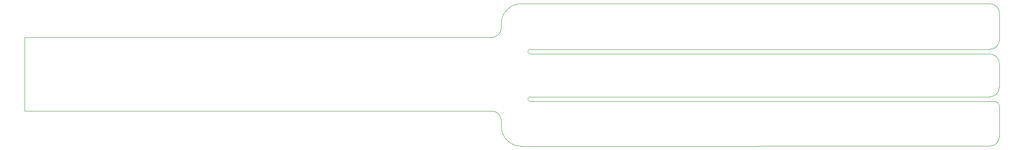
<source format=gm1>
G04 #@! TF.GenerationSoftware,KiCad,Pcbnew,(6.0.8)*
G04 #@! TF.CreationDate,2023-02-24T13:50:23-06:00*
G04 #@! TF.ProjectId,comb_electrodes,636f6d62-5f65-46c6-9563-74726f646573,rev?*
G04 #@! TF.SameCoordinates,Original*
G04 #@! TF.FileFunction,Profile,NP*
%FSLAX46Y46*%
G04 Gerber Fmt 4.6, Leading zero omitted, Abs format (unit mm)*
G04 Created by KiCad (PCBNEW (6.0.8)) date 2023-02-24 13:50:23*
%MOMM*%
%LPD*%
G01*
G04 APERTURE LIST*
G04 #@! TA.AperFunction,Profile*
%ADD10C,0.100000*%
G04 #@! TD*
G04 APERTURE END LIST*
D10*
X258800000Y-76000000D02*
G75*
G03*
X260800000Y-74000000I0J2000000D01*
G01*
X260800000Y-68400000D02*
X260800000Y-74000000D01*
X258800000Y-85985800D02*
G75*
G03*
X260800000Y-83985786I0J2000000D01*
G01*
X260800000Y-68400000D02*
G75*
G03*
X258800000Y-66400000I-2000000J0D01*
G01*
X260800000Y-79000000D02*
G75*
G03*
X258800000Y-77000000I-2000000J0D01*
G01*
X258800000Y-76000000D02*
X162300000Y-76000000D01*
X160400000Y-96400000D02*
X258800000Y-96385786D01*
X156200000Y-92200000D02*
G75*
G03*
X160400000Y-96400000I4200000J0D01*
G01*
X258800000Y-96385800D02*
G75*
G03*
X260800000Y-94385786I0J2000000D01*
G01*
X162300000Y-86000000D02*
G75*
G03*
X162300000Y-87000000I0J-500000D01*
G01*
X59841214Y-89000000D02*
X154200000Y-89000000D01*
X156200000Y-91000000D02*
G75*
G03*
X154200000Y-89000000I-2000000J0D01*
G01*
X162300000Y-87000000D02*
X259800000Y-87000000D01*
X156200000Y-91000000D02*
X156200000Y-92200000D01*
X154177000Y-73500000D02*
G75*
G03*
X156200000Y-71500000I22869J2000000D01*
G01*
X160400000Y-66400000D02*
G75*
G03*
X156200000Y-70600000I0J-4200000D01*
G01*
X260800000Y-88000000D02*
G75*
G03*
X259800000Y-87000000I-1000000J0D01*
G01*
X260800000Y-88000000D02*
X260800000Y-94385786D01*
X258800000Y-66400000D02*
X160400000Y-66400000D01*
X59841214Y-73500000D02*
X154177000Y-73500000D01*
X258800000Y-85985786D02*
X162300000Y-86000000D01*
X260800000Y-79000000D02*
X260800000Y-83985786D01*
X162300000Y-76000000D02*
G75*
G03*
X162300000Y-77000000I0J-500000D01*
G01*
X156200000Y-71500000D02*
X156200000Y-70600000D01*
X162300000Y-77000000D02*
X258800000Y-77000000D01*
X56091214Y-73500000D02*
X56091214Y-89000000D01*
X56091214Y-89000000D02*
X59841214Y-89000000D01*
X59841214Y-73500000D02*
X56091214Y-73500000D01*
M02*

</source>
